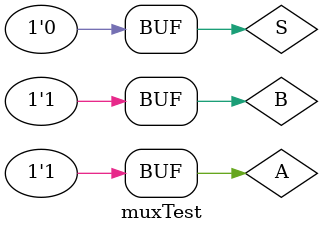
<source format=v>
module mux2to1(A, B, S, Y);
input A, B, S; 
output Y; 
reg Y; 

always @(A or B)
begin 
    if(S == 1'b0) begin
        Y = A;     
    end
    else begin
        Y = B; 
    end    
end
endmodule

module muxTest;
reg A, B, S;
wire Y; 

mux2to1 i(A, B, S, Y);
initial
begin 
    A= 1'b1; 
    B=1'b1; 
    S= 1'b0 ; 
    $monitor ("Time= %0t , S= %b , A = %b , B = %b , Y = %b", $time ,S ,A ,B, Y);
end
endmodule

</source>
